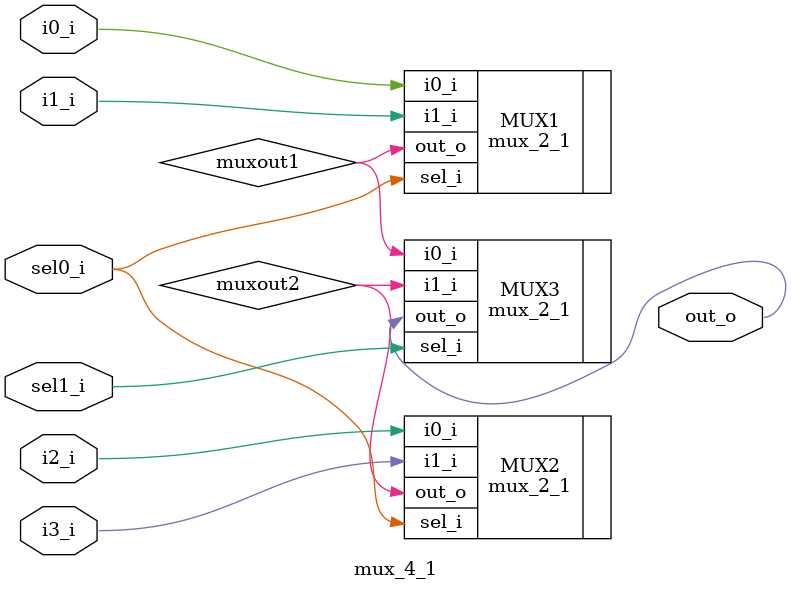
<source format=v>

`timescale 1ns / 1ps


module mux_4_1
(
input i0_i,
input i1_i,
input i2_i,
input i3_i,
input sel0_i,
input sel1_i,
output out_o
);

wire muxout1, muxout2;

mux_2_1 MUX1 
(
.i0_i   (i0_i),
.i1_i   (i1_i),
.sel_i  (sel0_i),
.out_o  (muxout1)
);

mux_2_1 MUX2 
(
.i0_i   (i2_i),
.i1_i   (i3_i),
.sel_i  (sel0_i),
.out_o  (muxout2)
);

mux_2_1 MUX3
(
.i0_i   (muxout1),
.i1_i   (muxout2),
.sel_i  (sel1_i),
.out_o  (out_o)
);

endmodule
</source>
